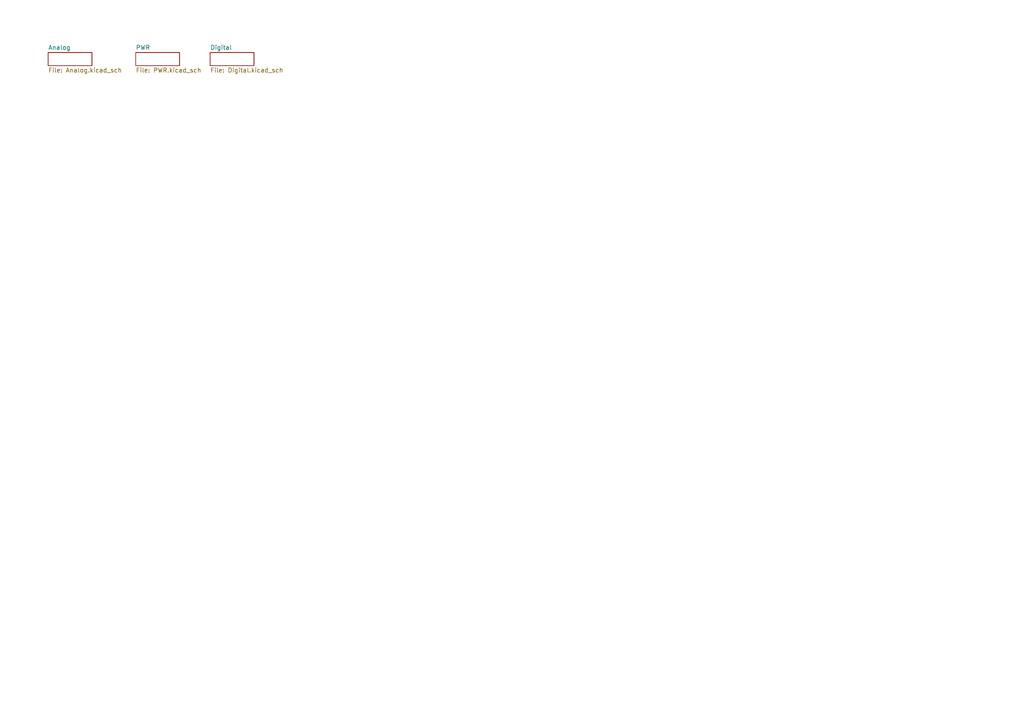
<source format=kicad_sch>
(kicad_sch
	(version 20250114)
	(generator "eeschema")
	(generator_version "9.0")
	(uuid "8c965ce8-19bd-4670-b893-28937b6afe76")
	(paper "A4")
	(lib_symbols)
	(sheet
		(at 39.37 15.24)
		(size 12.7 3.81)
		(exclude_from_sim no)
		(in_bom yes)
		(on_board yes)
		(dnp no)
		(fields_autoplaced yes)
		(stroke
			(width 0.1524)
			(type solid)
		)
		(fill
			(color 0 0 0 0.0000)
		)
		(uuid "4cbd7072-785d-4f8c-858b-f1233194ba3b")
		(property "Sheetname" "PWR"
			(at 39.37 14.5284 0)
			(effects
				(font
					(size 1.27 1.27)
				)
				(justify left bottom)
			)
		)
		(property "Sheetfile" "PWR.kicad_sch"
			(at 39.37 19.6346 0)
			(effects
				(font
					(size 1.27 1.27)
				)
				(justify left top)
			)
		)
		(instances
			(project "ECG"
				(path "/8c965ce8-19bd-4670-b893-28937b6afe76"
					(page "3")
				)
			)
		)
	)
	(sheet
		(at 60.96 15.24)
		(size 12.7 3.81)
		(exclude_from_sim no)
		(in_bom yes)
		(on_board yes)
		(dnp no)
		(fields_autoplaced yes)
		(stroke
			(width 0.1524)
			(type solid)
		)
		(fill
			(color 0 0 0 0.0000)
		)
		(uuid "6d525139-c2dc-4532-81da-f7c0b0fb96ba")
		(property "Sheetname" "Digital"
			(at 60.96 14.5284 0)
			(effects
				(font
					(size 1.27 1.27)
				)
				(justify left bottom)
			)
		)
		(property "Sheetfile" "Digital.kicad_sch"
			(at 60.96 19.6346 0)
			(effects
				(font
					(size 1.27 1.27)
				)
				(justify left top)
			)
		)
		(instances
			(project "ECG"
				(path "/8c965ce8-19bd-4670-b893-28937b6afe76"
					(page "4")
				)
			)
		)
	)
	(sheet
		(at 13.97 15.24)
		(size 12.7 3.81)
		(exclude_from_sim no)
		(in_bom yes)
		(on_board yes)
		(dnp no)
		(fields_autoplaced yes)
		(stroke
			(width 0.1524)
			(type solid)
		)
		(fill
			(color 0 0 0 0.0000)
		)
		(uuid "ac25ff48-24c4-4349-9bf9-82d35879cdf1")
		(property "Sheetname" "Analog"
			(at 13.97 14.5284 0)
			(effects
				(font
					(size 1.27 1.27)
				)
				(justify left bottom)
			)
		)
		(property "Sheetfile" "Analog.kicad_sch"
			(at 13.97 19.6346 0)
			(effects
				(font
					(size 1.27 1.27)
				)
				(justify left top)
			)
		)
		(instances
			(project "ECG"
				(path "/8c965ce8-19bd-4670-b893-28937b6afe76"
					(page "2")
				)
			)
		)
	)
	(sheet_instances
		(path "/"
			(page "1")
		)
	)
	(embedded_fonts no)
)

</source>
